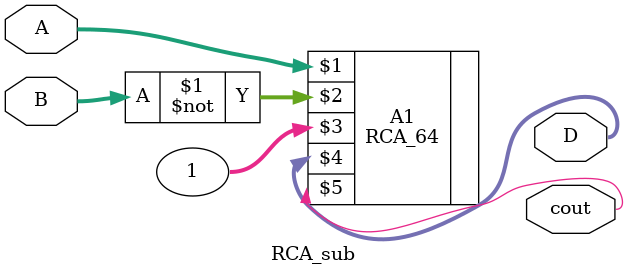
<source format=v>
`timescale 1ns / 1ps


module RCA_sub(input[63:0] A, input[63:0] B, 
                    output[63:0] D, output cout);
    
    RCA_64 A1(A, ~B, 1, D, cout);
    
endmodule

</source>
